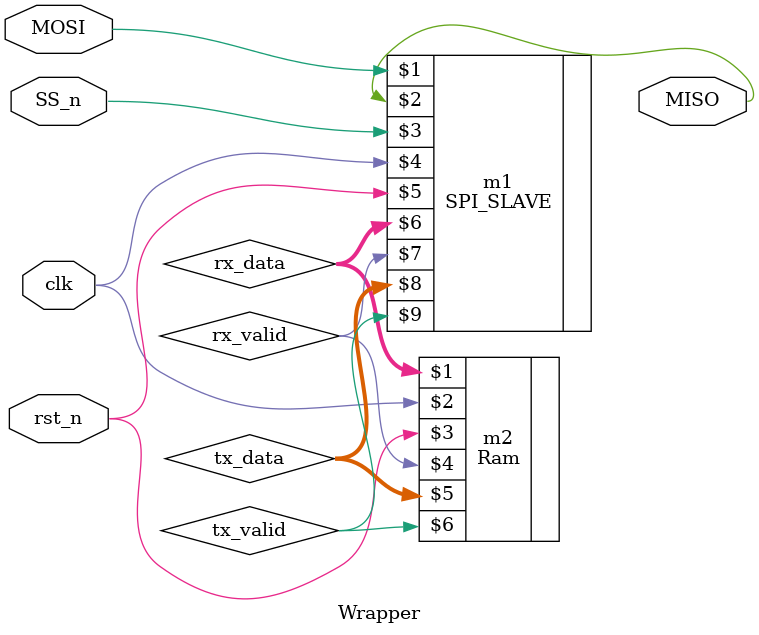
<source format=v>
module Wrapper (MOSI,MISO,SS_n,clk,rst_n);
input MOSI,SS_n,clk,rst_n;
output MISO;
wire [9:0] rx_data; wire rx_valid; wire [7:0] tx_data; wire tx_valid;
SPI_SLAVE m1 (MOSI,MISO,SS_n,clk,rst_n,rx_data,rx_valid,tx_data,tx_valid);
Ram m2 (rx_data,clk,rst_n,rx_valid,tx_data,tx_valid);
endmodule
</source>
